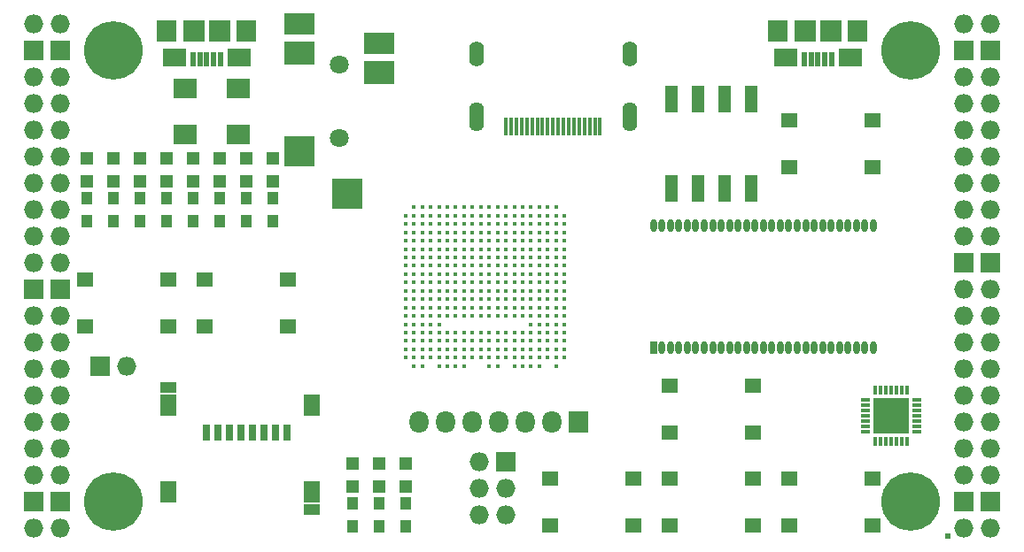
<source format=gts>
G04 #@! TF.FileFunction,Soldermask,Top*
%FSLAX46Y46*%
G04 Gerber Fmt 4.6, Leading zero omitted, Abs format (unit mm)*
G04 Created by KiCad (PCBNEW 4.0.7+dfsg1-1) date Sun Dec 10 11:28:19 2017*
%MOMM*%
%LPD*%
G01*
G04 APERTURE LIST*
%ADD10C,0.100000*%
%ADD11O,1.827200X1.827200*%
%ADD12R,1.827200X1.827200*%
%ADD13R,0.600000X0.600000*%
%ADD14C,5.600000*%
%ADD15R,1.000000X1.300000*%
%ADD16R,2.200000X1.700000*%
%ADD17R,2.000000X2.000000*%
%ADD18R,0.500000X1.450000*%
%ADD19R,1.900000X2.000000*%
%ADD20O,0.950000X0.400000*%
%ADD21O,0.400000X0.950000*%
%ADD22R,1.775000X1.775000*%
%ADD23R,1.827200X2.132000*%
%ADD24O,1.827200X2.132000*%
%ADD25R,1.650000X1.400000*%
%ADD26R,1.220000X2.540000*%
%ADD27C,0.430000*%
%ADD28R,1.300000X1.300000*%
%ADD29R,2.900000X2.100000*%
%ADD30R,2.900000X2.300000*%
%ADD31R,2.900000X2.900000*%
%ADD32C,1.800000*%
%ADD33O,1.400000X2.800000*%
%ADD34O,1.400000X2.400000*%
%ADD35R,0.350000X1.700000*%
%ADD36O,0.660000X1.200000*%
%ADD37R,0.660000X1.200000*%
%ADD38R,0.800000X1.600000*%
%ADD39R,1.550000X1.000000*%
%ADD40R,1.550000X2.100000*%
%ADD41R,2.300000X1.900000*%
G04 APERTURE END LIST*
D10*
D11*
X97910000Y-62690000D03*
X95370000Y-62690000D03*
D12*
X97910000Y-65230000D03*
X95370000Y-65230000D03*
D11*
X97910000Y-67770000D03*
X95370000Y-67770000D03*
X97910000Y-70310000D03*
X95370000Y-70310000D03*
X97910000Y-72850000D03*
X95370000Y-72850000D03*
X97910000Y-75390000D03*
X95370000Y-75390000D03*
X97910000Y-77930000D03*
X95370000Y-77930000D03*
X97910000Y-80470000D03*
X95370000Y-80470000D03*
X97910000Y-83010000D03*
X95370000Y-83010000D03*
X97910000Y-85550000D03*
X95370000Y-85550000D03*
D12*
X97910000Y-88090000D03*
X95370000Y-88090000D03*
D11*
X97910000Y-90630000D03*
X95370000Y-90630000D03*
X97910000Y-93170000D03*
X95370000Y-93170000D03*
X97910000Y-95710000D03*
X95370000Y-95710000D03*
X97910000Y-98250000D03*
X95370000Y-98250000D03*
X97910000Y-100790000D03*
X95370000Y-100790000D03*
X97910000Y-103330000D03*
X95370000Y-103330000D03*
X97910000Y-105870000D03*
X95370000Y-105870000D03*
D12*
X97910000Y-108410000D03*
X95370000Y-108410000D03*
D11*
X97910000Y-110950000D03*
X95370000Y-110950000D03*
D13*
X182675150Y-111637626D03*
D11*
X184270000Y-110950000D03*
X186810000Y-110950000D03*
D12*
X184270000Y-108410000D03*
X186810000Y-108410000D03*
D11*
X184270000Y-105870000D03*
X186810000Y-105870000D03*
X184270000Y-103330000D03*
X186810000Y-103330000D03*
X184270000Y-100790000D03*
X186810000Y-100790000D03*
X184270000Y-98250000D03*
X186810000Y-98250000D03*
X184270000Y-95710000D03*
X186810000Y-95710000D03*
X184270000Y-93170000D03*
X186810000Y-93170000D03*
X184270000Y-90630000D03*
X186810000Y-90630000D03*
X184270000Y-88090000D03*
X186810000Y-88090000D03*
D12*
X184270000Y-85550000D03*
X186810000Y-85550000D03*
D11*
X184270000Y-83010000D03*
X186810000Y-83010000D03*
X184270000Y-80470000D03*
X186810000Y-80470000D03*
X184270000Y-77930000D03*
X186810000Y-77930000D03*
X184270000Y-75390000D03*
X186810000Y-75390000D03*
X184270000Y-72850000D03*
X186810000Y-72850000D03*
X184270000Y-70310000D03*
X186810000Y-70310000D03*
X184270000Y-67770000D03*
X186810000Y-67770000D03*
D12*
X184270000Y-65230000D03*
X186810000Y-65230000D03*
D11*
X184270000Y-62690000D03*
X186810000Y-62690000D03*
D14*
X102990000Y-108410000D03*
X179190000Y-108410000D03*
X179190000Y-65230000D03*
X102990000Y-65230000D03*
D12*
X101720000Y-95456000D03*
D11*
X104260000Y-95456000D03*
D15*
X128390000Y-108580000D03*
X128390000Y-110780000D03*
X130930000Y-110780000D03*
X130930000Y-108580000D03*
D16*
X114980000Y-65875000D03*
X108780000Y-65875000D03*
D17*
X113080000Y-63325000D03*
X110680000Y-63325000D03*
D18*
X113180000Y-66000000D03*
X112530000Y-66000000D03*
X111880000Y-66000000D03*
X111230000Y-66000000D03*
X110580000Y-66000000D03*
D19*
X115680000Y-63325000D03*
X108080000Y-63325000D03*
D16*
X173400000Y-65875000D03*
X167200000Y-65875000D03*
D17*
X171500000Y-63325000D03*
X169100000Y-63325000D03*
D18*
X171600000Y-66000000D03*
X170950000Y-66000000D03*
X170300000Y-66000000D03*
X169650000Y-66000000D03*
X169000000Y-66000000D03*
D19*
X174100000Y-63325000D03*
X166500000Y-63325000D03*
D12*
X140455000Y-104600000D03*
D11*
X137915000Y-104600000D03*
X140455000Y-107140000D03*
X137915000Y-107140000D03*
X140455000Y-109680000D03*
X137915000Y-109680000D03*
D15*
X118230000Y-81570000D03*
X118230000Y-79370000D03*
X115690000Y-81570000D03*
X115690000Y-79370000D03*
X113150000Y-81570000D03*
X113150000Y-79370000D03*
X110610000Y-81570000D03*
X110610000Y-79370000D03*
X108070000Y-81570000D03*
X108070000Y-79370000D03*
X105530000Y-81570000D03*
X105530000Y-79370000D03*
X102990000Y-81570000D03*
X102990000Y-79370000D03*
X100450000Y-81570000D03*
X100450000Y-79370000D03*
D20*
X179735000Y-101655000D03*
X179735000Y-101155000D03*
X179735000Y-100655000D03*
X179735000Y-100155000D03*
X179735000Y-99655000D03*
X179735000Y-99155000D03*
X179735000Y-98655000D03*
D21*
X178785000Y-97705000D03*
X178285000Y-97705000D03*
X177785000Y-97705000D03*
X177285000Y-97705000D03*
X176785000Y-97705000D03*
X176285000Y-97705000D03*
X175785000Y-97705000D03*
D20*
X174835000Y-98655000D03*
X174835000Y-99155000D03*
X174835000Y-99655000D03*
X174835000Y-100155000D03*
X174835000Y-100655000D03*
X174835000Y-101155000D03*
X174835000Y-101655000D03*
D21*
X175785000Y-102605000D03*
X176285000Y-102605000D03*
X176785000Y-102605000D03*
X177285000Y-102605000D03*
X177785000Y-102605000D03*
X178285000Y-102605000D03*
X178785000Y-102605000D03*
D22*
X176447500Y-99317500D03*
X176447500Y-100992500D03*
X178122500Y-99317500D03*
X178122500Y-100992500D03*
D23*
X147440000Y-100790000D03*
D24*
X144900000Y-100790000D03*
X142360000Y-100790000D03*
X139820000Y-100790000D03*
X137280000Y-100790000D03*
X134740000Y-100790000D03*
X132200000Y-100790000D03*
D25*
X175550000Y-71870000D03*
X175550000Y-76370000D03*
X167590000Y-76370000D03*
X167590000Y-71870000D03*
X100280000Y-91610000D03*
X100280000Y-87110000D03*
X108240000Y-87110000D03*
X108240000Y-91610000D03*
X111710000Y-91610000D03*
X111710000Y-87110000D03*
X119670000Y-87110000D03*
X119670000Y-91610000D03*
X156160000Y-101770000D03*
X156160000Y-97270000D03*
X164120000Y-97270000D03*
X164120000Y-101770000D03*
X164120000Y-106160000D03*
X164120000Y-110660000D03*
X156160000Y-110660000D03*
X156160000Y-106160000D03*
X152690000Y-106160000D03*
X152690000Y-110660000D03*
X144730000Y-110660000D03*
X144730000Y-106160000D03*
X175550000Y-106160000D03*
X175550000Y-110660000D03*
X167590000Y-110660000D03*
X167590000Y-106160000D03*
D26*
X156330000Y-78425000D03*
X163950000Y-69815000D03*
X158870000Y-78425000D03*
X161410000Y-69815000D03*
X161410000Y-78425000D03*
X158870000Y-69815000D03*
X163950000Y-78425000D03*
X156330000Y-69815000D03*
D27*
X131680000Y-80200000D03*
X132480000Y-80200000D03*
X133280000Y-80200000D03*
X134080000Y-80200000D03*
X134880000Y-80200000D03*
X135680000Y-80200000D03*
X136480000Y-80200000D03*
X137280000Y-80200000D03*
X138080000Y-80200000D03*
X138880000Y-80200000D03*
X139680000Y-80200000D03*
X140480000Y-80200000D03*
X141280000Y-80200000D03*
X142080000Y-80200000D03*
X142880000Y-80200000D03*
X143680000Y-80200000D03*
X144480000Y-80200000D03*
X145280000Y-80200000D03*
X130880000Y-81000000D03*
X131680000Y-81000000D03*
X132480000Y-81000000D03*
X133280000Y-81000000D03*
X134080000Y-81000000D03*
X134880000Y-81000000D03*
X135680000Y-81000000D03*
X136480000Y-81000000D03*
X137280000Y-81000000D03*
X138080000Y-81000000D03*
X138880000Y-81000000D03*
X139680000Y-81000000D03*
X140480000Y-81000000D03*
X141280000Y-81000000D03*
X142080000Y-81000000D03*
X142880000Y-81000000D03*
X143680000Y-81000000D03*
X144480000Y-81000000D03*
X145280000Y-81000000D03*
X146080000Y-81000000D03*
X130880000Y-81800000D03*
X131680000Y-81800000D03*
X132480000Y-81800000D03*
X133280000Y-81800000D03*
X134080000Y-81800000D03*
X134880000Y-81800000D03*
X135680000Y-81800000D03*
X136480000Y-81800000D03*
X137280000Y-81800000D03*
X138080000Y-81800000D03*
X138880000Y-81800000D03*
X139680000Y-81800000D03*
X140480000Y-81800000D03*
X141280000Y-81800000D03*
X142080000Y-81800000D03*
X142880000Y-81800000D03*
X143680000Y-81800000D03*
X144480000Y-81800000D03*
X145280000Y-81800000D03*
X146080000Y-81800000D03*
X130880000Y-82600000D03*
X131680000Y-82600000D03*
X132480000Y-82600000D03*
X133280000Y-82600000D03*
X134080000Y-82600000D03*
X134880000Y-82600000D03*
X135680000Y-82600000D03*
X136480000Y-82600000D03*
X137280000Y-82600000D03*
X138080000Y-82600000D03*
X138880000Y-82600000D03*
X139680000Y-82600000D03*
X140480000Y-82600000D03*
X141280000Y-82600000D03*
X142080000Y-82600000D03*
X142880000Y-82600000D03*
X143680000Y-82600000D03*
X144480000Y-82600000D03*
X145280000Y-82600000D03*
X146080000Y-82600000D03*
X130880000Y-83400000D03*
X131680000Y-83400000D03*
X132480000Y-83400000D03*
X133280000Y-83400000D03*
X134080000Y-83400000D03*
X134880000Y-83400000D03*
X135680000Y-83400000D03*
X136480000Y-83400000D03*
X137280000Y-83400000D03*
X138080000Y-83400000D03*
X138880000Y-83400000D03*
X139680000Y-83400000D03*
X140480000Y-83400000D03*
X141280000Y-83400000D03*
X142080000Y-83400000D03*
X142880000Y-83400000D03*
X143680000Y-83400000D03*
X144480000Y-83400000D03*
X145280000Y-83400000D03*
X146080000Y-83400000D03*
X130880000Y-84200000D03*
X131680000Y-84200000D03*
X132480000Y-84200000D03*
X133280000Y-84200000D03*
X134080000Y-84200000D03*
X134880000Y-84200000D03*
X135680000Y-84200000D03*
X136480000Y-84200000D03*
X137280000Y-84200000D03*
X138080000Y-84200000D03*
X138880000Y-84200000D03*
X139680000Y-84200000D03*
X140480000Y-84200000D03*
X141280000Y-84200000D03*
X142080000Y-84200000D03*
X142880000Y-84200000D03*
X143680000Y-84200000D03*
X144480000Y-84200000D03*
X145280000Y-84200000D03*
X146080000Y-84200000D03*
X130880000Y-85000000D03*
X131680000Y-85000000D03*
X132480000Y-85000000D03*
X133280000Y-85000000D03*
X134080000Y-85000000D03*
X134880000Y-85000000D03*
X135680000Y-85000000D03*
X136480000Y-85000000D03*
X137280000Y-85000000D03*
X138080000Y-85000000D03*
X138880000Y-85000000D03*
X139680000Y-85000000D03*
X140480000Y-85000000D03*
X141280000Y-85000000D03*
X142080000Y-85000000D03*
X142880000Y-85000000D03*
X143680000Y-85000000D03*
X144480000Y-85000000D03*
X145280000Y-85000000D03*
X146080000Y-85000000D03*
X130880000Y-85800000D03*
X131680000Y-85800000D03*
X132480000Y-85800000D03*
X133280000Y-85800000D03*
X134080000Y-85800000D03*
X134880000Y-85800000D03*
X135680000Y-85800000D03*
X136480000Y-85800000D03*
X137280000Y-85800000D03*
X138080000Y-85800000D03*
X138880000Y-85800000D03*
X139680000Y-85800000D03*
X140480000Y-85800000D03*
X141280000Y-85800000D03*
X142080000Y-85800000D03*
X142880000Y-85800000D03*
X143680000Y-85800000D03*
X144480000Y-85800000D03*
X145280000Y-85800000D03*
X146080000Y-85800000D03*
X130880000Y-86600000D03*
X131680000Y-86600000D03*
X132480000Y-86600000D03*
X133280000Y-86600000D03*
X134080000Y-86600000D03*
X134880000Y-86600000D03*
X135680000Y-86600000D03*
X136480000Y-86600000D03*
X137280000Y-86600000D03*
X138080000Y-86600000D03*
X138880000Y-86600000D03*
X139680000Y-86600000D03*
X140480000Y-86600000D03*
X141280000Y-86600000D03*
X142080000Y-86600000D03*
X142880000Y-86600000D03*
X143680000Y-86600000D03*
X144480000Y-86600000D03*
X145280000Y-86600000D03*
X146080000Y-86600000D03*
X130880000Y-87400000D03*
X131680000Y-87400000D03*
X132480000Y-87400000D03*
X133280000Y-87400000D03*
X134080000Y-87400000D03*
X134880000Y-87400000D03*
X135680000Y-87400000D03*
X136480000Y-87400000D03*
X137280000Y-87400000D03*
X138080000Y-87400000D03*
X138880000Y-87400000D03*
X139680000Y-87400000D03*
X140480000Y-87400000D03*
X141280000Y-87400000D03*
X142080000Y-87400000D03*
X142880000Y-87400000D03*
X143680000Y-87400000D03*
X144480000Y-87400000D03*
X145280000Y-87400000D03*
X146080000Y-87400000D03*
X130880000Y-88200000D03*
X131680000Y-88200000D03*
X132480000Y-88200000D03*
X133280000Y-88200000D03*
X134080000Y-88200000D03*
X134880000Y-88200000D03*
X135680000Y-88200000D03*
X136480000Y-88200000D03*
X137280000Y-88200000D03*
X138080000Y-88200000D03*
X138880000Y-88200000D03*
X139680000Y-88200000D03*
X140480000Y-88200000D03*
X141280000Y-88200000D03*
X142080000Y-88200000D03*
X142880000Y-88200000D03*
X143680000Y-88200000D03*
X144480000Y-88200000D03*
X145280000Y-88200000D03*
X146080000Y-88200000D03*
X130880000Y-89000000D03*
X131680000Y-89000000D03*
X132480000Y-89000000D03*
X133280000Y-89000000D03*
X134080000Y-89000000D03*
X134880000Y-89000000D03*
X135680000Y-89000000D03*
X136480000Y-89000000D03*
X137280000Y-89000000D03*
X138080000Y-89000000D03*
X138880000Y-89000000D03*
X139680000Y-89000000D03*
X140480000Y-89000000D03*
X141280000Y-89000000D03*
X142080000Y-89000000D03*
X142880000Y-89000000D03*
X143680000Y-89000000D03*
X144480000Y-89000000D03*
X145280000Y-89000000D03*
X146080000Y-89000000D03*
X130880000Y-89800000D03*
X131680000Y-89800000D03*
X132480000Y-89800000D03*
X133280000Y-89800000D03*
X134080000Y-89800000D03*
X134880000Y-89800000D03*
X135680000Y-89800000D03*
X136480000Y-89800000D03*
X137280000Y-89800000D03*
X138080000Y-89800000D03*
X138880000Y-89800000D03*
X139680000Y-89800000D03*
X140480000Y-89800000D03*
X141280000Y-89800000D03*
X142080000Y-89800000D03*
X142880000Y-89800000D03*
X143680000Y-89800000D03*
X144480000Y-89800000D03*
X145280000Y-89800000D03*
X146080000Y-89800000D03*
X130880000Y-90600000D03*
X131680000Y-90600000D03*
X132480000Y-90600000D03*
X133280000Y-90600000D03*
X134080000Y-90600000D03*
X134880000Y-90600000D03*
X135680000Y-90600000D03*
X136480000Y-90600000D03*
X137280000Y-90600000D03*
X138080000Y-90600000D03*
X138880000Y-90600000D03*
X139680000Y-90600000D03*
X140480000Y-90600000D03*
X141280000Y-90600000D03*
X142080000Y-90600000D03*
X142880000Y-90600000D03*
X143680000Y-90600000D03*
X144480000Y-90600000D03*
X145280000Y-90600000D03*
X146080000Y-90600000D03*
X130880000Y-91400000D03*
X131680000Y-91400000D03*
X132480000Y-91400000D03*
X133280000Y-91400000D03*
X134080000Y-91400000D03*
X142880000Y-91400000D03*
X143680000Y-91400000D03*
X144480000Y-91400000D03*
X145280000Y-91400000D03*
X146080000Y-91400000D03*
X130880000Y-92200000D03*
X131680000Y-92200000D03*
X132480000Y-92200000D03*
X133280000Y-92200000D03*
X134080000Y-92200000D03*
X134880000Y-92200000D03*
X135680000Y-92200000D03*
X136480000Y-92200000D03*
X137280000Y-92200000D03*
X138080000Y-92200000D03*
X138880000Y-92200000D03*
X139680000Y-92200000D03*
X140480000Y-92200000D03*
X141280000Y-92200000D03*
X142080000Y-92200000D03*
X142880000Y-92200000D03*
X143680000Y-92200000D03*
X144480000Y-92200000D03*
X145280000Y-92200000D03*
X146080000Y-92200000D03*
X130880000Y-93000000D03*
X131680000Y-93000000D03*
X132480000Y-93000000D03*
X133280000Y-93000000D03*
X134080000Y-93000000D03*
X134880000Y-93000000D03*
X135680000Y-93000000D03*
X136480000Y-93000000D03*
X137280000Y-93000000D03*
X138080000Y-93000000D03*
X138880000Y-93000000D03*
X139680000Y-93000000D03*
X140480000Y-93000000D03*
X141280000Y-93000000D03*
X142080000Y-93000000D03*
X142880000Y-93000000D03*
X143680000Y-93000000D03*
X144480000Y-93000000D03*
X145280000Y-93000000D03*
X146080000Y-93000000D03*
X130880000Y-93800000D03*
X131680000Y-93800000D03*
X132480000Y-93800000D03*
X133280000Y-93800000D03*
X134080000Y-93800000D03*
X134880000Y-93800000D03*
X135680000Y-93800000D03*
X136480000Y-93800000D03*
X137280000Y-93800000D03*
X138080000Y-93800000D03*
X138880000Y-93800000D03*
X139680000Y-93800000D03*
X140480000Y-93800000D03*
X141280000Y-93800000D03*
X142080000Y-93800000D03*
X142880000Y-93800000D03*
X143680000Y-93800000D03*
X144480000Y-93800000D03*
X145280000Y-93800000D03*
X146080000Y-93800000D03*
X130880000Y-94600000D03*
X131680000Y-94600000D03*
X132480000Y-94600000D03*
X133280000Y-94600000D03*
X134080000Y-94600000D03*
X134880000Y-94600000D03*
X135680000Y-94600000D03*
X136480000Y-94600000D03*
X137280000Y-94600000D03*
X138080000Y-94600000D03*
X138880000Y-94600000D03*
X139680000Y-94600000D03*
X140480000Y-94600000D03*
X141280000Y-94600000D03*
X142080000Y-94600000D03*
X142880000Y-94600000D03*
X143680000Y-94600000D03*
X144480000Y-94600000D03*
X145280000Y-94600000D03*
X146080000Y-94600000D03*
X131680000Y-95400000D03*
X132480000Y-95400000D03*
X134080000Y-95400000D03*
X134880000Y-95400000D03*
X135680000Y-95400000D03*
X136480000Y-95400000D03*
X138880000Y-95400000D03*
X139680000Y-95400000D03*
X141280000Y-95400000D03*
X142080000Y-95400000D03*
X142880000Y-95400000D03*
X143680000Y-95400000D03*
X145280000Y-95400000D03*
D28*
X125850000Y-104770000D03*
X125850000Y-106970000D03*
D15*
X125850000Y-108580000D03*
X125850000Y-110780000D03*
D28*
X128390000Y-104770000D03*
X128390000Y-106970000D03*
X118230000Y-77760000D03*
X118230000Y-75560000D03*
X115690000Y-77760000D03*
X115690000Y-75560000D03*
X113150000Y-77760000D03*
X113150000Y-75560000D03*
X110610000Y-77760000D03*
X110610000Y-75560000D03*
X108070000Y-77760000D03*
X108070000Y-75560000D03*
X105530000Y-77760000D03*
X105530000Y-75560000D03*
X102990000Y-77760000D03*
X102990000Y-75560000D03*
X100450000Y-77760000D03*
X100450000Y-75560000D03*
X130930000Y-104770000D03*
X130930000Y-106970000D03*
D29*
X120780000Y-62648000D03*
D30*
X120780000Y-65448000D03*
D31*
X120780000Y-74848000D03*
X125330000Y-78948000D03*
D30*
X128380000Y-67348000D03*
D29*
X128380000Y-64548000D03*
D32*
X124580000Y-66548000D03*
X124580000Y-73548000D03*
D33*
X152280000Y-71550000D03*
X137680000Y-71550000D03*
D34*
X137680000Y-65500000D03*
D35*
X140480000Y-72500000D03*
X140980000Y-72500000D03*
X141480000Y-72500000D03*
X141980000Y-72500000D03*
X142480000Y-72500000D03*
X142980000Y-72500000D03*
X143480000Y-72500000D03*
X143980000Y-72500000D03*
X144480000Y-72500000D03*
X144980000Y-72500000D03*
X145480000Y-72500000D03*
X145980000Y-72500000D03*
X146480000Y-72500000D03*
X146980000Y-72500000D03*
X147480000Y-72500000D03*
X147980000Y-72500000D03*
X148480000Y-72500000D03*
X148980000Y-72500000D03*
X149480000Y-72500000D03*
D34*
X152280000Y-65500000D03*
D36*
X175597000Y-81920000D03*
D37*
X154589000Y-93680000D03*
D36*
X155397000Y-93680000D03*
X156205000Y-93680000D03*
X157013000Y-93680000D03*
X157821000Y-93680000D03*
X158629000Y-93680000D03*
X159437000Y-93680000D03*
X160245000Y-93680000D03*
X161053000Y-93680000D03*
X161861000Y-93680000D03*
X162669000Y-93680000D03*
X163477000Y-93680000D03*
X164285000Y-93680000D03*
X165093000Y-93680000D03*
X165901000Y-93680000D03*
X166709000Y-93680000D03*
X167517000Y-93680000D03*
X168325000Y-93680000D03*
X169133000Y-93680000D03*
X169941000Y-93680000D03*
X170749000Y-93680000D03*
X171557000Y-93680000D03*
X172365000Y-93680000D03*
X173173000Y-93680000D03*
X173981000Y-93680000D03*
X174789000Y-93680000D03*
X175597000Y-93680000D03*
X174789000Y-81920000D03*
X173981000Y-81920000D03*
X173173000Y-81920000D03*
X172365000Y-81920000D03*
X171557000Y-81920000D03*
X170749000Y-81920000D03*
X169941000Y-81920000D03*
X169133000Y-81920000D03*
X168325000Y-81920000D03*
X167517000Y-81920000D03*
X166709000Y-81920000D03*
X165901000Y-81920000D03*
X165093000Y-81920000D03*
X164285000Y-81920000D03*
X163477000Y-81920000D03*
X162669000Y-81920000D03*
X161861000Y-81920000D03*
X161053000Y-81920000D03*
X160245000Y-81920000D03*
X159437000Y-81920000D03*
X158629000Y-81920000D03*
X157821000Y-81920000D03*
X157013000Y-81920000D03*
X156205000Y-81920000D03*
X155397000Y-81920000D03*
X154589000Y-81920000D03*
D38*
X111850000Y-101750000D03*
X112950000Y-101750000D03*
X114050000Y-101750000D03*
X115150000Y-101750000D03*
X116250000Y-101750000D03*
X117350000Y-101750000D03*
X118450000Y-101750000D03*
X119550000Y-101750000D03*
D39*
X108175000Y-97450000D03*
X121925000Y-109150000D03*
D40*
X121925000Y-99150000D03*
X108175000Y-99150000D03*
X108175000Y-107450000D03*
X121925000Y-107450000D03*
D41*
X114928000Y-68872000D03*
X109848000Y-68872000D03*
X109848000Y-73272000D03*
X114928000Y-73272000D03*
M02*

</source>
